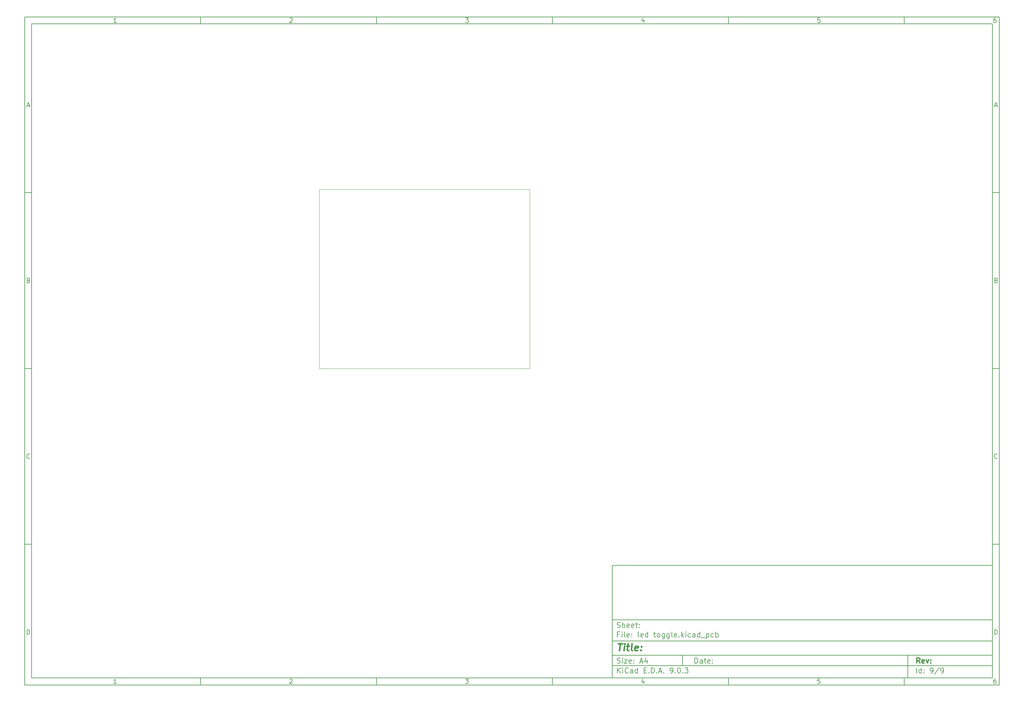
<source format=gbr>
%TF.GenerationSoftware,KiCad,Pcbnew,9.0.3*%
%TF.CreationDate,2025-07-31T01:26:59+05:30*%
%TF.ProjectId,led toggle,6c656420-746f-4676-976c-652e6b696361,rev?*%
%TF.SameCoordinates,Original*%
%TF.FileFunction,Profile,NP*%
%FSLAX46Y46*%
G04 Gerber Fmt 4.6, Leading zero omitted, Abs format (unit mm)*
G04 Created by KiCad (PCBNEW 9.0.3) date 2025-07-31 01:26:59*
%MOMM*%
%LPD*%
G01*
G04 APERTURE LIST*
%ADD10C,0.100000*%
%ADD11C,0.150000*%
%ADD12C,0.300000*%
%ADD13C,0.400000*%
%TA.AperFunction,Profile*%
%ADD14C,0.050000*%
%TD*%
G04 APERTURE END LIST*
D10*
D11*
X177002200Y-166007200D02*
X285002200Y-166007200D01*
X285002200Y-198007200D01*
X177002200Y-198007200D01*
X177002200Y-166007200D01*
D10*
D11*
X10000000Y-10000000D02*
X287002200Y-10000000D01*
X287002200Y-200007200D01*
X10000000Y-200007200D01*
X10000000Y-10000000D01*
D10*
D11*
X12000000Y-12000000D02*
X285002200Y-12000000D01*
X285002200Y-198007200D01*
X12000000Y-198007200D01*
X12000000Y-12000000D01*
D10*
D11*
X60000000Y-12000000D02*
X60000000Y-10000000D01*
D10*
D11*
X110000000Y-12000000D02*
X110000000Y-10000000D01*
D10*
D11*
X160000000Y-12000000D02*
X160000000Y-10000000D01*
D10*
D11*
X210000000Y-12000000D02*
X210000000Y-10000000D01*
D10*
D11*
X260000000Y-12000000D02*
X260000000Y-10000000D01*
D10*
D11*
X36089160Y-11593604D02*
X35346303Y-11593604D01*
X35717731Y-11593604D02*
X35717731Y-10293604D01*
X35717731Y-10293604D02*
X35593922Y-10479319D01*
X35593922Y-10479319D02*
X35470112Y-10603128D01*
X35470112Y-10603128D02*
X35346303Y-10665033D01*
D10*
D11*
X85346303Y-10417414D02*
X85408207Y-10355509D01*
X85408207Y-10355509D02*
X85532017Y-10293604D01*
X85532017Y-10293604D02*
X85841541Y-10293604D01*
X85841541Y-10293604D02*
X85965350Y-10355509D01*
X85965350Y-10355509D02*
X86027255Y-10417414D01*
X86027255Y-10417414D02*
X86089160Y-10541223D01*
X86089160Y-10541223D02*
X86089160Y-10665033D01*
X86089160Y-10665033D02*
X86027255Y-10850747D01*
X86027255Y-10850747D02*
X85284398Y-11593604D01*
X85284398Y-11593604D02*
X86089160Y-11593604D01*
D10*
D11*
X135284398Y-10293604D02*
X136089160Y-10293604D01*
X136089160Y-10293604D02*
X135655826Y-10788842D01*
X135655826Y-10788842D02*
X135841541Y-10788842D01*
X135841541Y-10788842D02*
X135965350Y-10850747D01*
X135965350Y-10850747D02*
X136027255Y-10912652D01*
X136027255Y-10912652D02*
X136089160Y-11036461D01*
X136089160Y-11036461D02*
X136089160Y-11345985D01*
X136089160Y-11345985D02*
X136027255Y-11469795D01*
X136027255Y-11469795D02*
X135965350Y-11531700D01*
X135965350Y-11531700D02*
X135841541Y-11593604D01*
X135841541Y-11593604D02*
X135470112Y-11593604D01*
X135470112Y-11593604D02*
X135346303Y-11531700D01*
X135346303Y-11531700D02*
X135284398Y-11469795D01*
D10*
D11*
X185965350Y-10726938D02*
X185965350Y-11593604D01*
X185655826Y-10231700D02*
X185346303Y-11160271D01*
X185346303Y-11160271D02*
X186151064Y-11160271D01*
D10*
D11*
X236027255Y-10293604D02*
X235408207Y-10293604D01*
X235408207Y-10293604D02*
X235346303Y-10912652D01*
X235346303Y-10912652D02*
X235408207Y-10850747D01*
X235408207Y-10850747D02*
X235532017Y-10788842D01*
X235532017Y-10788842D02*
X235841541Y-10788842D01*
X235841541Y-10788842D02*
X235965350Y-10850747D01*
X235965350Y-10850747D02*
X236027255Y-10912652D01*
X236027255Y-10912652D02*
X236089160Y-11036461D01*
X236089160Y-11036461D02*
X236089160Y-11345985D01*
X236089160Y-11345985D02*
X236027255Y-11469795D01*
X236027255Y-11469795D02*
X235965350Y-11531700D01*
X235965350Y-11531700D02*
X235841541Y-11593604D01*
X235841541Y-11593604D02*
X235532017Y-11593604D01*
X235532017Y-11593604D02*
X235408207Y-11531700D01*
X235408207Y-11531700D02*
X235346303Y-11469795D01*
D10*
D11*
X285965350Y-10293604D02*
X285717731Y-10293604D01*
X285717731Y-10293604D02*
X285593922Y-10355509D01*
X285593922Y-10355509D02*
X285532017Y-10417414D01*
X285532017Y-10417414D02*
X285408207Y-10603128D01*
X285408207Y-10603128D02*
X285346303Y-10850747D01*
X285346303Y-10850747D02*
X285346303Y-11345985D01*
X285346303Y-11345985D02*
X285408207Y-11469795D01*
X285408207Y-11469795D02*
X285470112Y-11531700D01*
X285470112Y-11531700D02*
X285593922Y-11593604D01*
X285593922Y-11593604D02*
X285841541Y-11593604D01*
X285841541Y-11593604D02*
X285965350Y-11531700D01*
X285965350Y-11531700D02*
X286027255Y-11469795D01*
X286027255Y-11469795D02*
X286089160Y-11345985D01*
X286089160Y-11345985D02*
X286089160Y-11036461D01*
X286089160Y-11036461D02*
X286027255Y-10912652D01*
X286027255Y-10912652D02*
X285965350Y-10850747D01*
X285965350Y-10850747D02*
X285841541Y-10788842D01*
X285841541Y-10788842D02*
X285593922Y-10788842D01*
X285593922Y-10788842D02*
X285470112Y-10850747D01*
X285470112Y-10850747D02*
X285408207Y-10912652D01*
X285408207Y-10912652D02*
X285346303Y-11036461D01*
D10*
D11*
X60000000Y-198007200D02*
X60000000Y-200007200D01*
D10*
D11*
X110000000Y-198007200D02*
X110000000Y-200007200D01*
D10*
D11*
X160000000Y-198007200D02*
X160000000Y-200007200D01*
D10*
D11*
X210000000Y-198007200D02*
X210000000Y-200007200D01*
D10*
D11*
X260000000Y-198007200D02*
X260000000Y-200007200D01*
D10*
D11*
X36089160Y-199600804D02*
X35346303Y-199600804D01*
X35717731Y-199600804D02*
X35717731Y-198300804D01*
X35717731Y-198300804D02*
X35593922Y-198486519D01*
X35593922Y-198486519D02*
X35470112Y-198610328D01*
X35470112Y-198610328D02*
X35346303Y-198672233D01*
D10*
D11*
X85346303Y-198424614D02*
X85408207Y-198362709D01*
X85408207Y-198362709D02*
X85532017Y-198300804D01*
X85532017Y-198300804D02*
X85841541Y-198300804D01*
X85841541Y-198300804D02*
X85965350Y-198362709D01*
X85965350Y-198362709D02*
X86027255Y-198424614D01*
X86027255Y-198424614D02*
X86089160Y-198548423D01*
X86089160Y-198548423D02*
X86089160Y-198672233D01*
X86089160Y-198672233D02*
X86027255Y-198857947D01*
X86027255Y-198857947D02*
X85284398Y-199600804D01*
X85284398Y-199600804D02*
X86089160Y-199600804D01*
D10*
D11*
X135284398Y-198300804D02*
X136089160Y-198300804D01*
X136089160Y-198300804D02*
X135655826Y-198796042D01*
X135655826Y-198796042D02*
X135841541Y-198796042D01*
X135841541Y-198796042D02*
X135965350Y-198857947D01*
X135965350Y-198857947D02*
X136027255Y-198919852D01*
X136027255Y-198919852D02*
X136089160Y-199043661D01*
X136089160Y-199043661D02*
X136089160Y-199353185D01*
X136089160Y-199353185D02*
X136027255Y-199476995D01*
X136027255Y-199476995D02*
X135965350Y-199538900D01*
X135965350Y-199538900D02*
X135841541Y-199600804D01*
X135841541Y-199600804D02*
X135470112Y-199600804D01*
X135470112Y-199600804D02*
X135346303Y-199538900D01*
X135346303Y-199538900D02*
X135284398Y-199476995D01*
D10*
D11*
X185965350Y-198734138D02*
X185965350Y-199600804D01*
X185655826Y-198238900D02*
X185346303Y-199167471D01*
X185346303Y-199167471D02*
X186151064Y-199167471D01*
D10*
D11*
X236027255Y-198300804D02*
X235408207Y-198300804D01*
X235408207Y-198300804D02*
X235346303Y-198919852D01*
X235346303Y-198919852D02*
X235408207Y-198857947D01*
X235408207Y-198857947D02*
X235532017Y-198796042D01*
X235532017Y-198796042D02*
X235841541Y-198796042D01*
X235841541Y-198796042D02*
X235965350Y-198857947D01*
X235965350Y-198857947D02*
X236027255Y-198919852D01*
X236027255Y-198919852D02*
X236089160Y-199043661D01*
X236089160Y-199043661D02*
X236089160Y-199353185D01*
X236089160Y-199353185D02*
X236027255Y-199476995D01*
X236027255Y-199476995D02*
X235965350Y-199538900D01*
X235965350Y-199538900D02*
X235841541Y-199600804D01*
X235841541Y-199600804D02*
X235532017Y-199600804D01*
X235532017Y-199600804D02*
X235408207Y-199538900D01*
X235408207Y-199538900D02*
X235346303Y-199476995D01*
D10*
D11*
X285965350Y-198300804D02*
X285717731Y-198300804D01*
X285717731Y-198300804D02*
X285593922Y-198362709D01*
X285593922Y-198362709D02*
X285532017Y-198424614D01*
X285532017Y-198424614D02*
X285408207Y-198610328D01*
X285408207Y-198610328D02*
X285346303Y-198857947D01*
X285346303Y-198857947D02*
X285346303Y-199353185D01*
X285346303Y-199353185D02*
X285408207Y-199476995D01*
X285408207Y-199476995D02*
X285470112Y-199538900D01*
X285470112Y-199538900D02*
X285593922Y-199600804D01*
X285593922Y-199600804D02*
X285841541Y-199600804D01*
X285841541Y-199600804D02*
X285965350Y-199538900D01*
X285965350Y-199538900D02*
X286027255Y-199476995D01*
X286027255Y-199476995D02*
X286089160Y-199353185D01*
X286089160Y-199353185D02*
X286089160Y-199043661D01*
X286089160Y-199043661D02*
X286027255Y-198919852D01*
X286027255Y-198919852D02*
X285965350Y-198857947D01*
X285965350Y-198857947D02*
X285841541Y-198796042D01*
X285841541Y-198796042D02*
X285593922Y-198796042D01*
X285593922Y-198796042D02*
X285470112Y-198857947D01*
X285470112Y-198857947D02*
X285408207Y-198919852D01*
X285408207Y-198919852D02*
X285346303Y-199043661D01*
D10*
D11*
X10000000Y-60000000D02*
X12000000Y-60000000D01*
D10*
D11*
X10000000Y-110000000D02*
X12000000Y-110000000D01*
D10*
D11*
X10000000Y-160000000D02*
X12000000Y-160000000D01*
D10*
D11*
X10690476Y-35222176D02*
X11309523Y-35222176D01*
X10566666Y-35593604D02*
X10999999Y-34293604D01*
X10999999Y-34293604D02*
X11433333Y-35593604D01*
D10*
D11*
X11092857Y-84912652D02*
X11278571Y-84974557D01*
X11278571Y-84974557D02*
X11340476Y-85036461D01*
X11340476Y-85036461D02*
X11402380Y-85160271D01*
X11402380Y-85160271D02*
X11402380Y-85345985D01*
X11402380Y-85345985D02*
X11340476Y-85469795D01*
X11340476Y-85469795D02*
X11278571Y-85531700D01*
X11278571Y-85531700D02*
X11154761Y-85593604D01*
X11154761Y-85593604D02*
X10659523Y-85593604D01*
X10659523Y-85593604D02*
X10659523Y-84293604D01*
X10659523Y-84293604D02*
X11092857Y-84293604D01*
X11092857Y-84293604D02*
X11216666Y-84355509D01*
X11216666Y-84355509D02*
X11278571Y-84417414D01*
X11278571Y-84417414D02*
X11340476Y-84541223D01*
X11340476Y-84541223D02*
X11340476Y-84665033D01*
X11340476Y-84665033D02*
X11278571Y-84788842D01*
X11278571Y-84788842D02*
X11216666Y-84850747D01*
X11216666Y-84850747D02*
X11092857Y-84912652D01*
X11092857Y-84912652D02*
X10659523Y-84912652D01*
D10*
D11*
X11402380Y-135469795D02*
X11340476Y-135531700D01*
X11340476Y-135531700D02*
X11154761Y-135593604D01*
X11154761Y-135593604D02*
X11030952Y-135593604D01*
X11030952Y-135593604D02*
X10845238Y-135531700D01*
X10845238Y-135531700D02*
X10721428Y-135407890D01*
X10721428Y-135407890D02*
X10659523Y-135284080D01*
X10659523Y-135284080D02*
X10597619Y-135036461D01*
X10597619Y-135036461D02*
X10597619Y-134850747D01*
X10597619Y-134850747D02*
X10659523Y-134603128D01*
X10659523Y-134603128D02*
X10721428Y-134479319D01*
X10721428Y-134479319D02*
X10845238Y-134355509D01*
X10845238Y-134355509D02*
X11030952Y-134293604D01*
X11030952Y-134293604D02*
X11154761Y-134293604D01*
X11154761Y-134293604D02*
X11340476Y-134355509D01*
X11340476Y-134355509D02*
X11402380Y-134417414D01*
D10*
D11*
X10659523Y-185593604D02*
X10659523Y-184293604D01*
X10659523Y-184293604D02*
X10969047Y-184293604D01*
X10969047Y-184293604D02*
X11154761Y-184355509D01*
X11154761Y-184355509D02*
X11278571Y-184479319D01*
X11278571Y-184479319D02*
X11340476Y-184603128D01*
X11340476Y-184603128D02*
X11402380Y-184850747D01*
X11402380Y-184850747D02*
X11402380Y-185036461D01*
X11402380Y-185036461D02*
X11340476Y-185284080D01*
X11340476Y-185284080D02*
X11278571Y-185407890D01*
X11278571Y-185407890D02*
X11154761Y-185531700D01*
X11154761Y-185531700D02*
X10969047Y-185593604D01*
X10969047Y-185593604D02*
X10659523Y-185593604D01*
D10*
D11*
X287002200Y-60000000D02*
X285002200Y-60000000D01*
D10*
D11*
X287002200Y-110000000D02*
X285002200Y-110000000D01*
D10*
D11*
X287002200Y-160000000D02*
X285002200Y-160000000D01*
D10*
D11*
X285692676Y-35222176D02*
X286311723Y-35222176D01*
X285568866Y-35593604D02*
X286002199Y-34293604D01*
X286002199Y-34293604D02*
X286435533Y-35593604D01*
D10*
D11*
X286095057Y-84912652D02*
X286280771Y-84974557D01*
X286280771Y-84974557D02*
X286342676Y-85036461D01*
X286342676Y-85036461D02*
X286404580Y-85160271D01*
X286404580Y-85160271D02*
X286404580Y-85345985D01*
X286404580Y-85345985D02*
X286342676Y-85469795D01*
X286342676Y-85469795D02*
X286280771Y-85531700D01*
X286280771Y-85531700D02*
X286156961Y-85593604D01*
X286156961Y-85593604D02*
X285661723Y-85593604D01*
X285661723Y-85593604D02*
X285661723Y-84293604D01*
X285661723Y-84293604D02*
X286095057Y-84293604D01*
X286095057Y-84293604D02*
X286218866Y-84355509D01*
X286218866Y-84355509D02*
X286280771Y-84417414D01*
X286280771Y-84417414D02*
X286342676Y-84541223D01*
X286342676Y-84541223D02*
X286342676Y-84665033D01*
X286342676Y-84665033D02*
X286280771Y-84788842D01*
X286280771Y-84788842D02*
X286218866Y-84850747D01*
X286218866Y-84850747D02*
X286095057Y-84912652D01*
X286095057Y-84912652D02*
X285661723Y-84912652D01*
D10*
D11*
X286404580Y-135469795D02*
X286342676Y-135531700D01*
X286342676Y-135531700D02*
X286156961Y-135593604D01*
X286156961Y-135593604D02*
X286033152Y-135593604D01*
X286033152Y-135593604D02*
X285847438Y-135531700D01*
X285847438Y-135531700D02*
X285723628Y-135407890D01*
X285723628Y-135407890D02*
X285661723Y-135284080D01*
X285661723Y-135284080D02*
X285599819Y-135036461D01*
X285599819Y-135036461D02*
X285599819Y-134850747D01*
X285599819Y-134850747D02*
X285661723Y-134603128D01*
X285661723Y-134603128D02*
X285723628Y-134479319D01*
X285723628Y-134479319D02*
X285847438Y-134355509D01*
X285847438Y-134355509D02*
X286033152Y-134293604D01*
X286033152Y-134293604D02*
X286156961Y-134293604D01*
X286156961Y-134293604D02*
X286342676Y-134355509D01*
X286342676Y-134355509D02*
X286404580Y-134417414D01*
D10*
D11*
X285661723Y-185593604D02*
X285661723Y-184293604D01*
X285661723Y-184293604D02*
X285971247Y-184293604D01*
X285971247Y-184293604D02*
X286156961Y-184355509D01*
X286156961Y-184355509D02*
X286280771Y-184479319D01*
X286280771Y-184479319D02*
X286342676Y-184603128D01*
X286342676Y-184603128D02*
X286404580Y-184850747D01*
X286404580Y-184850747D02*
X286404580Y-185036461D01*
X286404580Y-185036461D02*
X286342676Y-185284080D01*
X286342676Y-185284080D02*
X286280771Y-185407890D01*
X286280771Y-185407890D02*
X286156961Y-185531700D01*
X286156961Y-185531700D02*
X285971247Y-185593604D01*
X285971247Y-185593604D02*
X285661723Y-185593604D01*
D10*
D11*
X200458026Y-193793328D02*
X200458026Y-192293328D01*
X200458026Y-192293328D02*
X200815169Y-192293328D01*
X200815169Y-192293328D02*
X201029455Y-192364757D01*
X201029455Y-192364757D02*
X201172312Y-192507614D01*
X201172312Y-192507614D02*
X201243741Y-192650471D01*
X201243741Y-192650471D02*
X201315169Y-192936185D01*
X201315169Y-192936185D02*
X201315169Y-193150471D01*
X201315169Y-193150471D02*
X201243741Y-193436185D01*
X201243741Y-193436185D02*
X201172312Y-193579042D01*
X201172312Y-193579042D02*
X201029455Y-193721900D01*
X201029455Y-193721900D02*
X200815169Y-193793328D01*
X200815169Y-193793328D02*
X200458026Y-193793328D01*
X202600884Y-193793328D02*
X202600884Y-193007614D01*
X202600884Y-193007614D02*
X202529455Y-192864757D01*
X202529455Y-192864757D02*
X202386598Y-192793328D01*
X202386598Y-192793328D02*
X202100884Y-192793328D01*
X202100884Y-192793328D02*
X201958026Y-192864757D01*
X202600884Y-193721900D02*
X202458026Y-193793328D01*
X202458026Y-193793328D02*
X202100884Y-193793328D01*
X202100884Y-193793328D02*
X201958026Y-193721900D01*
X201958026Y-193721900D02*
X201886598Y-193579042D01*
X201886598Y-193579042D02*
X201886598Y-193436185D01*
X201886598Y-193436185D02*
X201958026Y-193293328D01*
X201958026Y-193293328D02*
X202100884Y-193221900D01*
X202100884Y-193221900D02*
X202458026Y-193221900D01*
X202458026Y-193221900D02*
X202600884Y-193150471D01*
X203100884Y-192793328D02*
X203672312Y-192793328D01*
X203315169Y-192293328D02*
X203315169Y-193579042D01*
X203315169Y-193579042D02*
X203386598Y-193721900D01*
X203386598Y-193721900D02*
X203529455Y-193793328D01*
X203529455Y-193793328D02*
X203672312Y-193793328D01*
X204743741Y-193721900D02*
X204600884Y-193793328D01*
X204600884Y-193793328D02*
X204315170Y-193793328D01*
X204315170Y-193793328D02*
X204172312Y-193721900D01*
X204172312Y-193721900D02*
X204100884Y-193579042D01*
X204100884Y-193579042D02*
X204100884Y-193007614D01*
X204100884Y-193007614D02*
X204172312Y-192864757D01*
X204172312Y-192864757D02*
X204315170Y-192793328D01*
X204315170Y-192793328D02*
X204600884Y-192793328D01*
X204600884Y-192793328D02*
X204743741Y-192864757D01*
X204743741Y-192864757D02*
X204815170Y-193007614D01*
X204815170Y-193007614D02*
X204815170Y-193150471D01*
X204815170Y-193150471D02*
X204100884Y-193293328D01*
X205458026Y-193650471D02*
X205529455Y-193721900D01*
X205529455Y-193721900D02*
X205458026Y-193793328D01*
X205458026Y-193793328D02*
X205386598Y-193721900D01*
X205386598Y-193721900D02*
X205458026Y-193650471D01*
X205458026Y-193650471D02*
X205458026Y-193793328D01*
X205458026Y-192864757D02*
X205529455Y-192936185D01*
X205529455Y-192936185D02*
X205458026Y-193007614D01*
X205458026Y-193007614D02*
X205386598Y-192936185D01*
X205386598Y-192936185D02*
X205458026Y-192864757D01*
X205458026Y-192864757D02*
X205458026Y-193007614D01*
D10*
D11*
X177002200Y-194507200D02*
X285002200Y-194507200D01*
D10*
D11*
X178458026Y-196593328D02*
X178458026Y-195093328D01*
X179315169Y-196593328D02*
X178672312Y-195736185D01*
X179315169Y-195093328D02*
X178458026Y-195950471D01*
X179958026Y-196593328D02*
X179958026Y-195593328D01*
X179958026Y-195093328D02*
X179886598Y-195164757D01*
X179886598Y-195164757D02*
X179958026Y-195236185D01*
X179958026Y-195236185D02*
X180029455Y-195164757D01*
X180029455Y-195164757D02*
X179958026Y-195093328D01*
X179958026Y-195093328D02*
X179958026Y-195236185D01*
X181529455Y-196450471D02*
X181458027Y-196521900D01*
X181458027Y-196521900D02*
X181243741Y-196593328D01*
X181243741Y-196593328D02*
X181100884Y-196593328D01*
X181100884Y-196593328D02*
X180886598Y-196521900D01*
X180886598Y-196521900D02*
X180743741Y-196379042D01*
X180743741Y-196379042D02*
X180672312Y-196236185D01*
X180672312Y-196236185D02*
X180600884Y-195950471D01*
X180600884Y-195950471D02*
X180600884Y-195736185D01*
X180600884Y-195736185D02*
X180672312Y-195450471D01*
X180672312Y-195450471D02*
X180743741Y-195307614D01*
X180743741Y-195307614D02*
X180886598Y-195164757D01*
X180886598Y-195164757D02*
X181100884Y-195093328D01*
X181100884Y-195093328D02*
X181243741Y-195093328D01*
X181243741Y-195093328D02*
X181458027Y-195164757D01*
X181458027Y-195164757D02*
X181529455Y-195236185D01*
X182815170Y-196593328D02*
X182815170Y-195807614D01*
X182815170Y-195807614D02*
X182743741Y-195664757D01*
X182743741Y-195664757D02*
X182600884Y-195593328D01*
X182600884Y-195593328D02*
X182315170Y-195593328D01*
X182315170Y-195593328D02*
X182172312Y-195664757D01*
X182815170Y-196521900D02*
X182672312Y-196593328D01*
X182672312Y-196593328D02*
X182315170Y-196593328D01*
X182315170Y-196593328D02*
X182172312Y-196521900D01*
X182172312Y-196521900D02*
X182100884Y-196379042D01*
X182100884Y-196379042D02*
X182100884Y-196236185D01*
X182100884Y-196236185D02*
X182172312Y-196093328D01*
X182172312Y-196093328D02*
X182315170Y-196021900D01*
X182315170Y-196021900D02*
X182672312Y-196021900D01*
X182672312Y-196021900D02*
X182815170Y-195950471D01*
X184172313Y-196593328D02*
X184172313Y-195093328D01*
X184172313Y-196521900D02*
X184029455Y-196593328D01*
X184029455Y-196593328D02*
X183743741Y-196593328D01*
X183743741Y-196593328D02*
X183600884Y-196521900D01*
X183600884Y-196521900D02*
X183529455Y-196450471D01*
X183529455Y-196450471D02*
X183458027Y-196307614D01*
X183458027Y-196307614D02*
X183458027Y-195879042D01*
X183458027Y-195879042D02*
X183529455Y-195736185D01*
X183529455Y-195736185D02*
X183600884Y-195664757D01*
X183600884Y-195664757D02*
X183743741Y-195593328D01*
X183743741Y-195593328D02*
X184029455Y-195593328D01*
X184029455Y-195593328D02*
X184172313Y-195664757D01*
X186029455Y-195807614D02*
X186529455Y-195807614D01*
X186743741Y-196593328D02*
X186029455Y-196593328D01*
X186029455Y-196593328D02*
X186029455Y-195093328D01*
X186029455Y-195093328D02*
X186743741Y-195093328D01*
X187386598Y-196450471D02*
X187458027Y-196521900D01*
X187458027Y-196521900D02*
X187386598Y-196593328D01*
X187386598Y-196593328D02*
X187315170Y-196521900D01*
X187315170Y-196521900D02*
X187386598Y-196450471D01*
X187386598Y-196450471D02*
X187386598Y-196593328D01*
X188100884Y-196593328D02*
X188100884Y-195093328D01*
X188100884Y-195093328D02*
X188458027Y-195093328D01*
X188458027Y-195093328D02*
X188672313Y-195164757D01*
X188672313Y-195164757D02*
X188815170Y-195307614D01*
X188815170Y-195307614D02*
X188886599Y-195450471D01*
X188886599Y-195450471D02*
X188958027Y-195736185D01*
X188958027Y-195736185D02*
X188958027Y-195950471D01*
X188958027Y-195950471D02*
X188886599Y-196236185D01*
X188886599Y-196236185D02*
X188815170Y-196379042D01*
X188815170Y-196379042D02*
X188672313Y-196521900D01*
X188672313Y-196521900D02*
X188458027Y-196593328D01*
X188458027Y-196593328D02*
X188100884Y-196593328D01*
X189600884Y-196450471D02*
X189672313Y-196521900D01*
X189672313Y-196521900D02*
X189600884Y-196593328D01*
X189600884Y-196593328D02*
X189529456Y-196521900D01*
X189529456Y-196521900D02*
X189600884Y-196450471D01*
X189600884Y-196450471D02*
X189600884Y-196593328D01*
X190243742Y-196164757D02*
X190958028Y-196164757D01*
X190100885Y-196593328D02*
X190600885Y-195093328D01*
X190600885Y-195093328D02*
X191100885Y-196593328D01*
X191600884Y-196450471D02*
X191672313Y-196521900D01*
X191672313Y-196521900D02*
X191600884Y-196593328D01*
X191600884Y-196593328D02*
X191529456Y-196521900D01*
X191529456Y-196521900D02*
X191600884Y-196450471D01*
X191600884Y-196450471D02*
X191600884Y-196593328D01*
X193529456Y-196593328D02*
X193815170Y-196593328D01*
X193815170Y-196593328D02*
X193958027Y-196521900D01*
X193958027Y-196521900D02*
X194029456Y-196450471D01*
X194029456Y-196450471D02*
X194172313Y-196236185D01*
X194172313Y-196236185D02*
X194243742Y-195950471D01*
X194243742Y-195950471D02*
X194243742Y-195379042D01*
X194243742Y-195379042D02*
X194172313Y-195236185D01*
X194172313Y-195236185D02*
X194100885Y-195164757D01*
X194100885Y-195164757D02*
X193958027Y-195093328D01*
X193958027Y-195093328D02*
X193672313Y-195093328D01*
X193672313Y-195093328D02*
X193529456Y-195164757D01*
X193529456Y-195164757D02*
X193458027Y-195236185D01*
X193458027Y-195236185D02*
X193386599Y-195379042D01*
X193386599Y-195379042D02*
X193386599Y-195736185D01*
X193386599Y-195736185D02*
X193458027Y-195879042D01*
X193458027Y-195879042D02*
X193529456Y-195950471D01*
X193529456Y-195950471D02*
X193672313Y-196021900D01*
X193672313Y-196021900D02*
X193958027Y-196021900D01*
X193958027Y-196021900D02*
X194100885Y-195950471D01*
X194100885Y-195950471D02*
X194172313Y-195879042D01*
X194172313Y-195879042D02*
X194243742Y-195736185D01*
X194886598Y-196450471D02*
X194958027Y-196521900D01*
X194958027Y-196521900D02*
X194886598Y-196593328D01*
X194886598Y-196593328D02*
X194815170Y-196521900D01*
X194815170Y-196521900D02*
X194886598Y-196450471D01*
X194886598Y-196450471D02*
X194886598Y-196593328D01*
X195886599Y-195093328D02*
X196029456Y-195093328D01*
X196029456Y-195093328D02*
X196172313Y-195164757D01*
X196172313Y-195164757D02*
X196243742Y-195236185D01*
X196243742Y-195236185D02*
X196315170Y-195379042D01*
X196315170Y-195379042D02*
X196386599Y-195664757D01*
X196386599Y-195664757D02*
X196386599Y-196021900D01*
X196386599Y-196021900D02*
X196315170Y-196307614D01*
X196315170Y-196307614D02*
X196243742Y-196450471D01*
X196243742Y-196450471D02*
X196172313Y-196521900D01*
X196172313Y-196521900D02*
X196029456Y-196593328D01*
X196029456Y-196593328D02*
X195886599Y-196593328D01*
X195886599Y-196593328D02*
X195743742Y-196521900D01*
X195743742Y-196521900D02*
X195672313Y-196450471D01*
X195672313Y-196450471D02*
X195600884Y-196307614D01*
X195600884Y-196307614D02*
X195529456Y-196021900D01*
X195529456Y-196021900D02*
X195529456Y-195664757D01*
X195529456Y-195664757D02*
X195600884Y-195379042D01*
X195600884Y-195379042D02*
X195672313Y-195236185D01*
X195672313Y-195236185D02*
X195743742Y-195164757D01*
X195743742Y-195164757D02*
X195886599Y-195093328D01*
X197029455Y-196450471D02*
X197100884Y-196521900D01*
X197100884Y-196521900D02*
X197029455Y-196593328D01*
X197029455Y-196593328D02*
X196958027Y-196521900D01*
X196958027Y-196521900D02*
X197029455Y-196450471D01*
X197029455Y-196450471D02*
X197029455Y-196593328D01*
X197600884Y-195093328D02*
X198529456Y-195093328D01*
X198529456Y-195093328D02*
X198029456Y-195664757D01*
X198029456Y-195664757D02*
X198243741Y-195664757D01*
X198243741Y-195664757D02*
X198386599Y-195736185D01*
X198386599Y-195736185D02*
X198458027Y-195807614D01*
X198458027Y-195807614D02*
X198529456Y-195950471D01*
X198529456Y-195950471D02*
X198529456Y-196307614D01*
X198529456Y-196307614D02*
X198458027Y-196450471D01*
X198458027Y-196450471D02*
X198386599Y-196521900D01*
X198386599Y-196521900D02*
X198243741Y-196593328D01*
X198243741Y-196593328D02*
X197815170Y-196593328D01*
X197815170Y-196593328D02*
X197672313Y-196521900D01*
X197672313Y-196521900D02*
X197600884Y-196450471D01*
D10*
D11*
X177002200Y-191507200D02*
X285002200Y-191507200D01*
D10*
D12*
X264413853Y-193785528D02*
X263913853Y-193071242D01*
X263556710Y-193785528D02*
X263556710Y-192285528D01*
X263556710Y-192285528D02*
X264128139Y-192285528D01*
X264128139Y-192285528D02*
X264270996Y-192356957D01*
X264270996Y-192356957D02*
X264342425Y-192428385D01*
X264342425Y-192428385D02*
X264413853Y-192571242D01*
X264413853Y-192571242D02*
X264413853Y-192785528D01*
X264413853Y-192785528D02*
X264342425Y-192928385D01*
X264342425Y-192928385D02*
X264270996Y-192999814D01*
X264270996Y-192999814D02*
X264128139Y-193071242D01*
X264128139Y-193071242D02*
X263556710Y-193071242D01*
X265628139Y-193714100D02*
X265485282Y-193785528D01*
X265485282Y-193785528D02*
X265199568Y-193785528D01*
X265199568Y-193785528D02*
X265056710Y-193714100D01*
X265056710Y-193714100D02*
X264985282Y-193571242D01*
X264985282Y-193571242D02*
X264985282Y-192999814D01*
X264985282Y-192999814D02*
X265056710Y-192856957D01*
X265056710Y-192856957D02*
X265199568Y-192785528D01*
X265199568Y-192785528D02*
X265485282Y-192785528D01*
X265485282Y-192785528D02*
X265628139Y-192856957D01*
X265628139Y-192856957D02*
X265699568Y-192999814D01*
X265699568Y-192999814D02*
X265699568Y-193142671D01*
X265699568Y-193142671D02*
X264985282Y-193285528D01*
X266199567Y-192785528D02*
X266556710Y-193785528D01*
X266556710Y-193785528D02*
X266913853Y-192785528D01*
X267485281Y-193642671D02*
X267556710Y-193714100D01*
X267556710Y-193714100D02*
X267485281Y-193785528D01*
X267485281Y-193785528D02*
X267413853Y-193714100D01*
X267413853Y-193714100D02*
X267485281Y-193642671D01*
X267485281Y-193642671D02*
X267485281Y-193785528D01*
X267485281Y-192856957D02*
X267556710Y-192928385D01*
X267556710Y-192928385D02*
X267485281Y-192999814D01*
X267485281Y-192999814D02*
X267413853Y-192928385D01*
X267413853Y-192928385D02*
X267485281Y-192856957D01*
X267485281Y-192856957D02*
X267485281Y-192999814D01*
D10*
D11*
X178386598Y-193721900D02*
X178600884Y-193793328D01*
X178600884Y-193793328D02*
X178958026Y-193793328D01*
X178958026Y-193793328D02*
X179100884Y-193721900D01*
X179100884Y-193721900D02*
X179172312Y-193650471D01*
X179172312Y-193650471D02*
X179243741Y-193507614D01*
X179243741Y-193507614D02*
X179243741Y-193364757D01*
X179243741Y-193364757D02*
X179172312Y-193221900D01*
X179172312Y-193221900D02*
X179100884Y-193150471D01*
X179100884Y-193150471D02*
X178958026Y-193079042D01*
X178958026Y-193079042D02*
X178672312Y-193007614D01*
X178672312Y-193007614D02*
X178529455Y-192936185D01*
X178529455Y-192936185D02*
X178458026Y-192864757D01*
X178458026Y-192864757D02*
X178386598Y-192721900D01*
X178386598Y-192721900D02*
X178386598Y-192579042D01*
X178386598Y-192579042D02*
X178458026Y-192436185D01*
X178458026Y-192436185D02*
X178529455Y-192364757D01*
X178529455Y-192364757D02*
X178672312Y-192293328D01*
X178672312Y-192293328D02*
X179029455Y-192293328D01*
X179029455Y-192293328D02*
X179243741Y-192364757D01*
X179886597Y-193793328D02*
X179886597Y-192793328D01*
X179886597Y-192293328D02*
X179815169Y-192364757D01*
X179815169Y-192364757D02*
X179886597Y-192436185D01*
X179886597Y-192436185D02*
X179958026Y-192364757D01*
X179958026Y-192364757D02*
X179886597Y-192293328D01*
X179886597Y-192293328D02*
X179886597Y-192436185D01*
X180458026Y-192793328D02*
X181243741Y-192793328D01*
X181243741Y-192793328D02*
X180458026Y-193793328D01*
X180458026Y-193793328D02*
X181243741Y-193793328D01*
X182386598Y-193721900D02*
X182243741Y-193793328D01*
X182243741Y-193793328D02*
X181958027Y-193793328D01*
X181958027Y-193793328D02*
X181815169Y-193721900D01*
X181815169Y-193721900D02*
X181743741Y-193579042D01*
X181743741Y-193579042D02*
X181743741Y-193007614D01*
X181743741Y-193007614D02*
X181815169Y-192864757D01*
X181815169Y-192864757D02*
X181958027Y-192793328D01*
X181958027Y-192793328D02*
X182243741Y-192793328D01*
X182243741Y-192793328D02*
X182386598Y-192864757D01*
X182386598Y-192864757D02*
X182458027Y-193007614D01*
X182458027Y-193007614D02*
X182458027Y-193150471D01*
X182458027Y-193150471D02*
X181743741Y-193293328D01*
X183100883Y-193650471D02*
X183172312Y-193721900D01*
X183172312Y-193721900D02*
X183100883Y-193793328D01*
X183100883Y-193793328D02*
X183029455Y-193721900D01*
X183029455Y-193721900D02*
X183100883Y-193650471D01*
X183100883Y-193650471D02*
X183100883Y-193793328D01*
X183100883Y-192864757D02*
X183172312Y-192936185D01*
X183172312Y-192936185D02*
X183100883Y-193007614D01*
X183100883Y-193007614D02*
X183029455Y-192936185D01*
X183029455Y-192936185D02*
X183100883Y-192864757D01*
X183100883Y-192864757D02*
X183100883Y-193007614D01*
X184886598Y-193364757D02*
X185600884Y-193364757D01*
X184743741Y-193793328D02*
X185243741Y-192293328D01*
X185243741Y-192293328D02*
X185743741Y-193793328D01*
X186886598Y-192793328D02*
X186886598Y-193793328D01*
X186529455Y-192221900D02*
X186172312Y-193293328D01*
X186172312Y-193293328D02*
X187100883Y-193293328D01*
D10*
D11*
X263458026Y-196593328D02*
X263458026Y-195093328D01*
X264815170Y-196593328D02*
X264815170Y-195093328D01*
X264815170Y-196521900D02*
X264672312Y-196593328D01*
X264672312Y-196593328D02*
X264386598Y-196593328D01*
X264386598Y-196593328D02*
X264243741Y-196521900D01*
X264243741Y-196521900D02*
X264172312Y-196450471D01*
X264172312Y-196450471D02*
X264100884Y-196307614D01*
X264100884Y-196307614D02*
X264100884Y-195879042D01*
X264100884Y-195879042D02*
X264172312Y-195736185D01*
X264172312Y-195736185D02*
X264243741Y-195664757D01*
X264243741Y-195664757D02*
X264386598Y-195593328D01*
X264386598Y-195593328D02*
X264672312Y-195593328D01*
X264672312Y-195593328D02*
X264815170Y-195664757D01*
X265529455Y-196450471D02*
X265600884Y-196521900D01*
X265600884Y-196521900D02*
X265529455Y-196593328D01*
X265529455Y-196593328D02*
X265458027Y-196521900D01*
X265458027Y-196521900D02*
X265529455Y-196450471D01*
X265529455Y-196450471D02*
X265529455Y-196593328D01*
X265529455Y-195664757D02*
X265600884Y-195736185D01*
X265600884Y-195736185D02*
X265529455Y-195807614D01*
X265529455Y-195807614D02*
X265458027Y-195736185D01*
X265458027Y-195736185D02*
X265529455Y-195664757D01*
X265529455Y-195664757D02*
X265529455Y-195807614D01*
X267458027Y-196593328D02*
X267743741Y-196593328D01*
X267743741Y-196593328D02*
X267886598Y-196521900D01*
X267886598Y-196521900D02*
X267958027Y-196450471D01*
X267958027Y-196450471D02*
X268100884Y-196236185D01*
X268100884Y-196236185D02*
X268172313Y-195950471D01*
X268172313Y-195950471D02*
X268172313Y-195379042D01*
X268172313Y-195379042D02*
X268100884Y-195236185D01*
X268100884Y-195236185D02*
X268029456Y-195164757D01*
X268029456Y-195164757D02*
X267886598Y-195093328D01*
X267886598Y-195093328D02*
X267600884Y-195093328D01*
X267600884Y-195093328D02*
X267458027Y-195164757D01*
X267458027Y-195164757D02*
X267386598Y-195236185D01*
X267386598Y-195236185D02*
X267315170Y-195379042D01*
X267315170Y-195379042D02*
X267315170Y-195736185D01*
X267315170Y-195736185D02*
X267386598Y-195879042D01*
X267386598Y-195879042D02*
X267458027Y-195950471D01*
X267458027Y-195950471D02*
X267600884Y-196021900D01*
X267600884Y-196021900D02*
X267886598Y-196021900D01*
X267886598Y-196021900D02*
X268029456Y-195950471D01*
X268029456Y-195950471D02*
X268100884Y-195879042D01*
X268100884Y-195879042D02*
X268172313Y-195736185D01*
X269886598Y-195021900D02*
X268600884Y-196950471D01*
X270458027Y-196593328D02*
X270743741Y-196593328D01*
X270743741Y-196593328D02*
X270886598Y-196521900D01*
X270886598Y-196521900D02*
X270958027Y-196450471D01*
X270958027Y-196450471D02*
X271100884Y-196236185D01*
X271100884Y-196236185D02*
X271172313Y-195950471D01*
X271172313Y-195950471D02*
X271172313Y-195379042D01*
X271172313Y-195379042D02*
X271100884Y-195236185D01*
X271100884Y-195236185D02*
X271029456Y-195164757D01*
X271029456Y-195164757D02*
X270886598Y-195093328D01*
X270886598Y-195093328D02*
X270600884Y-195093328D01*
X270600884Y-195093328D02*
X270458027Y-195164757D01*
X270458027Y-195164757D02*
X270386598Y-195236185D01*
X270386598Y-195236185D02*
X270315170Y-195379042D01*
X270315170Y-195379042D02*
X270315170Y-195736185D01*
X270315170Y-195736185D02*
X270386598Y-195879042D01*
X270386598Y-195879042D02*
X270458027Y-195950471D01*
X270458027Y-195950471D02*
X270600884Y-196021900D01*
X270600884Y-196021900D02*
X270886598Y-196021900D01*
X270886598Y-196021900D02*
X271029456Y-195950471D01*
X271029456Y-195950471D02*
X271100884Y-195879042D01*
X271100884Y-195879042D02*
X271172313Y-195736185D01*
D10*
D11*
X177002200Y-187507200D02*
X285002200Y-187507200D01*
D10*
D13*
X178693928Y-188211638D02*
X179836785Y-188211638D01*
X179015357Y-190211638D02*
X179265357Y-188211638D01*
X180253452Y-190211638D02*
X180420119Y-188878304D01*
X180503452Y-188211638D02*
X180396309Y-188306876D01*
X180396309Y-188306876D02*
X180479643Y-188402114D01*
X180479643Y-188402114D02*
X180586786Y-188306876D01*
X180586786Y-188306876D02*
X180503452Y-188211638D01*
X180503452Y-188211638D02*
X180479643Y-188402114D01*
X181086786Y-188878304D02*
X181848690Y-188878304D01*
X181455833Y-188211638D02*
X181241548Y-189925923D01*
X181241548Y-189925923D02*
X181312976Y-190116400D01*
X181312976Y-190116400D02*
X181491548Y-190211638D01*
X181491548Y-190211638D02*
X181682024Y-190211638D01*
X182634405Y-190211638D02*
X182455833Y-190116400D01*
X182455833Y-190116400D02*
X182384405Y-189925923D01*
X182384405Y-189925923D02*
X182598690Y-188211638D01*
X184170119Y-190116400D02*
X183967738Y-190211638D01*
X183967738Y-190211638D02*
X183586785Y-190211638D01*
X183586785Y-190211638D02*
X183408214Y-190116400D01*
X183408214Y-190116400D02*
X183336785Y-189925923D01*
X183336785Y-189925923D02*
X183432024Y-189164019D01*
X183432024Y-189164019D02*
X183551071Y-188973542D01*
X183551071Y-188973542D02*
X183753452Y-188878304D01*
X183753452Y-188878304D02*
X184134404Y-188878304D01*
X184134404Y-188878304D02*
X184312976Y-188973542D01*
X184312976Y-188973542D02*
X184384404Y-189164019D01*
X184384404Y-189164019D02*
X184360595Y-189354495D01*
X184360595Y-189354495D02*
X183384404Y-189544971D01*
X185134405Y-190021161D02*
X185217738Y-190116400D01*
X185217738Y-190116400D02*
X185110595Y-190211638D01*
X185110595Y-190211638D02*
X185027262Y-190116400D01*
X185027262Y-190116400D02*
X185134405Y-190021161D01*
X185134405Y-190021161D02*
X185110595Y-190211638D01*
X185265357Y-188973542D02*
X185348690Y-189068780D01*
X185348690Y-189068780D02*
X185241548Y-189164019D01*
X185241548Y-189164019D02*
X185158214Y-189068780D01*
X185158214Y-189068780D02*
X185265357Y-188973542D01*
X185265357Y-188973542D02*
X185241548Y-189164019D01*
D10*
D11*
X178958026Y-185607614D02*
X178458026Y-185607614D01*
X178458026Y-186393328D02*
X178458026Y-184893328D01*
X178458026Y-184893328D02*
X179172312Y-184893328D01*
X179743740Y-186393328D02*
X179743740Y-185393328D01*
X179743740Y-184893328D02*
X179672312Y-184964757D01*
X179672312Y-184964757D02*
X179743740Y-185036185D01*
X179743740Y-185036185D02*
X179815169Y-184964757D01*
X179815169Y-184964757D02*
X179743740Y-184893328D01*
X179743740Y-184893328D02*
X179743740Y-185036185D01*
X180672312Y-186393328D02*
X180529455Y-186321900D01*
X180529455Y-186321900D02*
X180458026Y-186179042D01*
X180458026Y-186179042D02*
X180458026Y-184893328D01*
X181815169Y-186321900D02*
X181672312Y-186393328D01*
X181672312Y-186393328D02*
X181386598Y-186393328D01*
X181386598Y-186393328D02*
X181243740Y-186321900D01*
X181243740Y-186321900D02*
X181172312Y-186179042D01*
X181172312Y-186179042D02*
X181172312Y-185607614D01*
X181172312Y-185607614D02*
X181243740Y-185464757D01*
X181243740Y-185464757D02*
X181386598Y-185393328D01*
X181386598Y-185393328D02*
X181672312Y-185393328D01*
X181672312Y-185393328D02*
X181815169Y-185464757D01*
X181815169Y-185464757D02*
X181886598Y-185607614D01*
X181886598Y-185607614D02*
X181886598Y-185750471D01*
X181886598Y-185750471D02*
X181172312Y-185893328D01*
X182529454Y-186250471D02*
X182600883Y-186321900D01*
X182600883Y-186321900D02*
X182529454Y-186393328D01*
X182529454Y-186393328D02*
X182458026Y-186321900D01*
X182458026Y-186321900D02*
X182529454Y-186250471D01*
X182529454Y-186250471D02*
X182529454Y-186393328D01*
X182529454Y-185464757D02*
X182600883Y-185536185D01*
X182600883Y-185536185D02*
X182529454Y-185607614D01*
X182529454Y-185607614D02*
X182458026Y-185536185D01*
X182458026Y-185536185D02*
X182529454Y-185464757D01*
X182529454Y-185464757D02*
X182529454Y-185607614D01*
X184600883Y-186393328D02*
X184458026Y-186321900D01*
X184458026Y-186321900D02*
X184386597Y-186179042D01*
X184386597Y-186179042D02*
X184386597Y-184893328D01*
X185743740Y-186321900D02*
X185600883Y-186393328D01*
X185600883Y-186393328D02*
X185315169Y-186393328D01*
X185315169Y-186393328D02*
X185172311Y-186321900D01*
X185172311Y-186321900D02*
X185100883Y-186179042D01*
X185100883Y-186179042D02*
X185100883Y-185607614D01*
X185100883Y-185607614D02*
X185172311Y-185464757D01*
X185172311Y-185464757D02*
X185315169Y-185393328D01*
X185315169Y-185393328D02*
X185600883Y-185393328D01*
X185600883Y-185393328D02*
X185743740Y-185464757D01*
X185743740Y-185464757D02*
X185815169Y-185607614D01*
X185815169Y-185607614D02*
X185815169Y-185750471D01*
X185815169Y-185750471D02*
X185100883Y-185893328D01*
X187100883Y-186393328D02*
X187100883Y-184893328D01*
X187100883Y-186321900D02*
X186958025Y-186393328D01*
X186958025Y-186393328D02*
X186672311Y-186393328D01*
X186672311Y-186393328D02*
X186529454Y-186321900D01*
X186529454Y-186321900D02*
X186458025Y-186250471D01*
X186458025Y-186250471D02*
X186386597Y-186107614D01*
X186386597Y-186107614D02*
X186386597Y-185679042D01*
X186386597Y-185679042D02*
X186458025Y-185536185D01*
X186458025Y-185536185D02*
X186529454Y-185464757D01*
X186529454Y-185464757D02*
X186672311Y-185393328D01*
X186672311Y-185393328D02*
X186958025Y-185393328D01*
X186958025Y-185393328D02*
X187100883Y-185464757D01*
X188743740Y-185393328D02*
X189315168Y-185393328D01*
X188958025Y-184893328D02*
X188958025Y-186179042D01*
X188958025Y-186179042D02*
X189029454Y-186321900D01*
X189029454Y-186321900D02*
X189172311Y-186393328D01*
X189172311Y-186393328D02*
X189315168Y-186393328D01*
X190029454Y-186393328D02*
X189886597Y-186321900D01*
X189886597Y-186321900D02*
X189815168Y-186250471D01*
X189815168Y-186250471D02*
X189743740Y-186107614D01*
X189743740Y-186107614D02*
X189743740Y-185679042D01*
X189743740Y-185679042D02*
X189815168Y-185536185D01*
X189815168Y-185536185D02*
X189886597Y-185464757D01*
X189886597Y-185464757D02*
X190029454Y-185393328D01*
X190029454Y-185393328D02*
X190243740Y-185393328D01*
X190243740Y-185393328D02*
X190386597Y-185464757D01*
X190386597Y-185464757D02*
X190458026Y-185536185D01*
X190458026Y-185536185D02*
X190529454Y-185679042D01*
X190529454Y-185679042D02*
X190529454Y-186107614D01*
X190529454Y-186107614D02*
X190458026Y-186250471D01*
X190458026Y-186250471D02*
X190386597Y-186321900D01*
X190386597Y-186321900D02*
X190243740Y-186393328D01*
X190243740Y-186393328D02*
X190029454Y-186393328D01*
X191815169Y-185393328D02*
X191815169Y-186607614D01*
X191815169Y-186607614D02*
X191743740Y-186750471D01*
X191743740Y-186750471D02*
X191672311Y-186821900D01*
X191672311Y-186821900D02*
X191529454Y-186893328D01*
X191529454Y-186893328D02*
X191315169Y-186893328D01*
X191315169Y-186893328D02*
X191172311Y-186821900D01*
X191815169Y-186321900D02*
X191672311Y-186393328D01*
X191672311Y-186393328D02*
X191386597Y-186393328D01*
X191386597Y-186393328D02*
X191243740Y-186321900D01*
X191243740Y-186321900D02*
X191172311Y-186250471D01*
X191172311Y-186250471D02*
X191100883Y-186107614D01*
X191100883Y-186107614D02*
X191100883Y-185679042D01*
X191100883Y-185679042D02*
X191172311Y-185536185D01*
X191172311Y-185536185D02*
X191243740Y-185464757D01*
X191243740Y-185464757D02*
X191386597Y-185393328D01*
X191386597Y-185393328D02*
X191672311Y-185393328D01*
X191672311Y-185393328D02*
X191815169Y-185464757D01*
X193172312Y-185393328D02*
X193172312Y-186607614D01*
X193172312Y-186607614D02*
X193100883Y-186750471D01*
X193100883Y-186750471D02*
X193029454Y-186821900D01*
X193029454Y-186821900D02*
X192886597Y-186893328D01*
X192886597Y-186893328D02*
X192672312Y-186893328D01*
X192672312Y-186893328D02*
X192529454Y-186821900D01*
X193172312Y-186321900D02*
X193029454Y-186393328D01*
X193029454Y-186393328D02*
X192743740Y-186393328D01*
X192743740Y-186393328D02*
X192600883Y-186321900D01*
X192600883Y-186321900D02*
X192529454Y-186250471D01*
X192529454Y-186250471D02*
X192458026Y-186107614D01*
X192458026Y-186107614D02*
X192458026Y-185679042D01*
X192458026Y-185679042D02*
X192529454Y-185536185D01*
X192529454Y-185536185D02*
X192600883Y-185464757D01*
X192600883Y-185464757D02*
X192743740Y-185393328D01*
X192743740Y-185393328D02*
X193029454Y-185393328D01*
X193029454Y-185393328D02*
X193172312Y-185464757D01*
X194100883Y-186393328D02*
X193958026Y-186321900D01*
X193958026Y-186321900D02*
X193886597Y-186179042D01*
X193886597Y-186179042D02*
X193886597Y-184893328D01*
X195243740Y-186321900D02*
X195100883Y-186393328D01*
X195100883Y-186393328D02*
X194815169Y-186393328D01*
X194815169Y-186393328D02*
X194672311Y-186321900D01*
X194672311Y-186321900D02*
X194600883Y-186179042D01*
X194600883Y-186179042D02*
X194600883Y-185607614D01*
X194600883Y-185607614D02*
X194672311Y-185464757D01*
X194672311Y-185464757D02*
X194815169Y-185393328D01*
X194815169Y-185393328D02*
X195100883Y-185393328D01*
X195100883Y-185393328D02*
X195243740Y-185464757D01*
X195243740Y-185464757D02*
X195315169Y-185607614D01*
X195315169Y-185607614D02*
X195315169Y-185750471D01*
X195315169Y-185750471D02*
X194600883Y-185893328D01*
X195958025Y-186250471D02*
X196029454Y-186321900D01*
X196029454Y-186321900D02*
X195958025Y-186393328D01*
X195958025Y-186393328D02*
X195886597Y-186321900D01*
X195886597Y-186321900D02*
X195958025Y-186250471D01*
X195958025Y-186250471D02*
X195958025Y-186393328D01*
X196672311Y-186393328D02*
X196672311Y-184893328D01*
X196815169Y-185821900D02*
X197243740Y-186393328D01*
X197243740Y-185393328D02*
X196672311Y-185964757D01*
X197886597Y-186393328D02*
X197886597Y-185393328D01*
X197886597Y-184893328D02*
X197815169Y-184964757D01*
X197815169Y-184964757D02*
X197886597Y-185036185D01*
X197886597Y-185036185D02*
X197958026Y-184964757D01*
X197958026Y-184964757D02*
X197886597Y-184893328D01*
X197886597Y-184893328D02*
X197886597Y-185036185D01*
X199243741Y-186321900D02*
X199100883Y-186393328D01*
X199100883Y-186393328D02*
X198815169Y-186393328D01*
X198815169Y-186393328D02*
X198672312Y-186321900D01*
X198672312Y-186321900D02*
X198600883Y-186250471D01*
X198600883Y-186250471D02*
X198529455Y-186107614D01*
X198529455Y-186107614D02*
X198529455Y-185679042D01*
X198529455Y-185679042D02*
X198600883Y-185536185D01*
X198600883Y-185536185D02*
X198672312Y-185464757D01*
X198672312Y-185464757D02*
X198815169Y-185393328D01*
X198815169Y-185393328D02*
X199100883Y-185393328D01*
X199100883Y-185393328D02*
X199243741Y-185464757D01*
X200529455Y-186393328D02*
X200529455Y-185607614D01*
X200529455Y-185607614D02*
X200458026Y-185464757D01*
X200458026Y-185464757D02*
X200315169Y-185393328D01*
X200315169Y-185393328D02*
X200029455Y-185393328D01*
X200029455Y-185393328D02*
X199886597Y-185464757D01*
X200529455Y-186321900D02*
X200386597Y-186393328D01*
X200386597Y-186393328D02*
X200029455Y-186393328D01*
X200029455Y-186393328D02*
X199886597Y-186321900D01*
X199886597Y-186321900D02*
X199815169Y-186179042D01*
X199815169Y-186179042D02*
X199815169Y-186036185D01*
X199815169Y-186036185D02*
X199886597Y-185893328D01*
X199886597Y-185893328D02*
X200029455Y-185821900D01*
X200029455Y-185821900D02*
X200386597Y-185821900D01*
X200386597Y-185821900D02*
X200529455Y-185750471D01*
X201886598Y-186393328D02*
X201886598Y-184893328D01*
X201886598Y-186321900D02*
X201743740Y-186393328D01*
X201743740Y-186393328D02*
X201458026Y-186393328D01*
X201458026Y-186393328D02*
X201315169Y-186321900D01*
X201315169Y-186321900D02*
X201243740Y-186250471D01*
X201243740Y-186250471D02*
X201172312Y-186107614D01*
X201172312Y-186107614D02*
X201172312Y-185679042D01*
X201172312Y-185679042D02*
X201243740Y-185536185D01*
X201243740Y-185536185D02*
X201315169Y-185464757D01*
X201315169Y-185464757D02*
X201458026Y-185393328D01*
X201458026Y-185393328D02*
X201743740Y-185393328D01*
X201743740Y-185393328D02*
X201886598Y-185464757D01*
X202243741Y-186536185D02*
X203386598Y-186536185D01*
X203743740Y-185393328D02*
X203743740Y-186893328D01*
X203743740Y-185464757D02*
X203886598Y-185393328D01*
X203886598Y-185393328D02*
X204172312Y-185393328D01*
X204172312Y-185393328D02*
X204315169Y-185464757D01*
X204315169Y-185464757D02*
X204386598Y-185536185D01*
X204386598Y-185536185D02*
X204458026Y-185679042D01*
X204458026Y-185679042D02*
X204458026Y-186107614D01*
X204458026Y-186107614D02*
X204386598Y-186250471D01*
X204386598Y-186250471D02*
X204315169Y-186321900D01*
X204315169Y-186321900D02*
X204172312Y-186393328D01*
X204172312Y-186393328D02*
X203886598Y-186393328D01*
X203886598Y-186393328D02*
X203743740Y-186321900D01*
X205743741Y-186321900D02*
X205600883Y-186393328D01*
X205600883Y-186393328D02*
X205315169Y-186393328D01*
X205315169Y-186393328D02*
X205172312Y-186321900D01*
X205172312Y-186321900D02*
X205100883Y-186250471D01*
X205100883Y-186250471D02*
X205029455Y-186107614D01*
X205029455Y-186107614D02*
X205029455Y-185679042D01*
X205029455Y-185679042D02*
X205100883Y-185536185D01*
X205100883Y-185536185D02*
X205172312Y-185464757D01*
X205172312Y-185464757D02*
X205315169Y-185393328D01*
X205315169Y-185393328D02*
X205600883Y-185393328D01*
X205600883Y-185393328D02*
X205743741Y-185464757D01*
X206386597Y-186393328D02*
X206386597Y-184893328D01*
X206386597Y-185464757D02*
X206529455Y-185393328D01*
X206529455Y-185393328D02*
X206815169Y-185393328D01*
X206815169Y-185393328D02*
X206958026Y-185464757D01*
X206958026Y-185464757D02*
X207029455Y-185536185D01*
X207029455Y-185536185D02*
X207100883Y-185679042D01*
X207100883Y-185679042D02*
X207100883Y-186107614D01*
X207100883Y-186107614D02*
X207029455Y-186250471D01*
X207029455Y-186250471D02*
X206958026Y-186321900D01*
X206958026Y-186321900D02*
X206815169Y-186393328D01*
X206815169Y-186393328D02*
X206529455Y-186393328D01*
X206529455Y-186393328D02*
X206386597Y-186321900D01*
D10*
D11*
X177002200Y-181507200D02*
X285002200Y-181507200D01*
D10*
D11*
X178386598Y-183621900D02*
X178600884Y-183693328D01*
X178600884Y-183693328D02*
X178958026Y-183693328D01*
X178958026Y-183693328D02*
X179100884Y-183621900D01*
X179100884Y-183621900D02*
X179172312Y-183550471D01*
X179172312Y-183550471D02*
X179243741Y-183407614D01*
X179243741Y-183407614D02*
X179243741Y-183264757D01*
X179243741Y-183264757D02*
X179172312Y-183121900D01*
X179172312Y-183121900D02*
X179100884Y-183050471D01*
X179100884Y-183050471D02*
X178958026Y-182979042D01*
X178958026Y-182979042D02*
X178672312Y-182907614D01*
X178672312Y-182907614D02*
X178529455Y-182836185D01*
X178529455Y-182836185D02*
X178458026Y-182764757D01*
X178458026Y-182764757D02*
X178386598Y-182621900D01*
X178386598Y-182621900D02*
X178386598Y-182479042D01*
X178386598Y-182479042D02*
X178458026Y-182336185D01*
X178458026Y-182336185D02*
X178529455Y-182264757D01*
X178529455Y-182264757D02*
X178672312Y-182193328D01*
X178672312Y-182193328D02*
X179029455Y-182193328D01*
X179029455Y-182193328D02*
X179243741Y-182264757D01*
X179886597Y-183693328D02*
X179886597Y-182193328D01*
X180529455Y-183693328D02*
X180529455Y-182907614D01*
X180529455Y-182907614D02*
X180458026Y-182764757D01*
X180458026Y-182764757D02*
X180315169Y-182693328D01*
X180315169Y-182693328D02*
X180100883Y-182693328D01*
X180100883Y-182693328D02*
X179958026Y-182764757D01*
X179958026Y-182764757D02*
X179886597Y-182836185D01*
X181815169Y-183621900D02*
X181672312Y-183693328D01*
X181672312Y-183693328D02*
X181386598Y-183693328D01*
X181386598Y-183693328D02*
X181243740Y-183621900D01*
X181243740Y-183621900D02*
X181172312Y-183479042D01*
X181172312Y-183479042D02*
X181172312Y-182907614D01*
X181172312Y-182907614D02*
X181243740Y-182764757D01*
X181243740Y-182764757D02*
X181386598Y-182693328D01*
X181386598Y-182693328D02*
X181672312Y-182693328D01*
X181672312Y-182693328D02*
X181815169Y-182764757D01*
X181815169Y-182764757D02*
X181886598Y-182907614D01*
X181886598Y-182907614D02*
X181886598Y-183050471D01*
X181886598Y-183050471D02*
X181172312Y-183193328D01*
X183100883Y-183621900D02*
X182958026Y-183693328D01*
X182958026Y-183693328D02*
X182672312Y-183693328D01*
X182672312Y-183693328D02*
X182529454Y-183621900D01*
X182529454Y-183621900D02*
X182458026Y-183479042D01*
X182458026Y-183479042D02*
X182458026Y-182907614D01*
X182458026Y-182907614D02*
X182529454Y-182764757D01*
X182529454Y-182764757D02*
X182672312Y-182693328D01*
X182672312Y-182693328D02*
X182958026Y-182693328D01*
X182958026Y-182693328D02*
X183100883Y-182764757D01*
X183100883Y-182764757D02*
X183172312Y-182907614D01*
X183172312Y-182907614D02*
X183172312Y-183050471D01*
X183172312Y-183050471D02*
X182458026Y-183193328D01*
X183600883Y-182693328D02*
X184172311Y-182693328D01*
X183815168Y-182193328D02*
X183815168Y-183479042D01*
X183815168Y-183479042D02*
X183886597Y-183621900D01*
X183886597Y-183621900D02*
X184029454Y-183693328D01*
X184029454Y-183693328D02*
X184172311Y-183693328D01*
X184672311Y-183550471D02*
X184743740Y-183621900D01*
X184743740Y-183621900D02*
X184672311Y-183693328D01*
X184672311Y-183693328D02*
X184600883Y-183621900D01*
X184600883Y-183621900D02*
X184672311Y-183550471D01*
X184672311Y-183550471D02*
X184672311Y-183693328D01*
X184672311Y-182764757D02*
X184743740Y-182836185D01*
X184743740Y-182836185D02*
X184672311Y-182907614D01*
X184672311Y-182907614D02*
X184600883Y-182836185D01*
X184600883Y-182836185D02*
X184672311Y-182764757D01*
X184672311Y-182764757D02*
X184672311Y-182907614D01*
D10*
D11*
X197002200Y-191507200D02*
X197002200Y-194507200D01*
D10*
D11*
X261002200Y-191507200D02*
X261002200Y-198007200D01*
D14*
X93750000Y-59000000D02*
X153500000Y-59000000D01*
X153500000Y-110000000D01*
X93750000Y-110000000D01*
X93750000Y-59000000D01*
M02*

</source>
